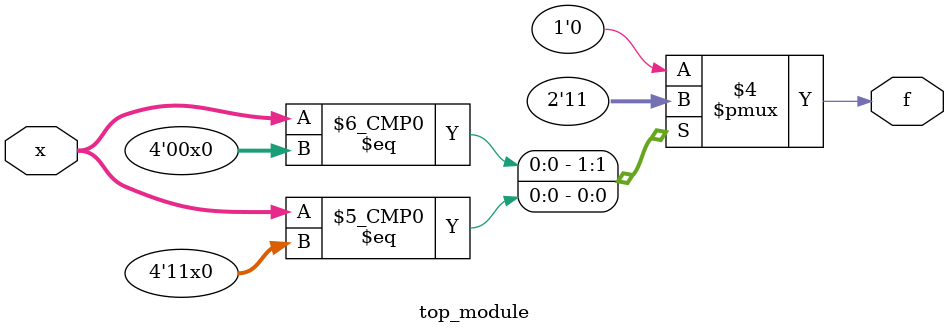
<source format=sv>
module top_module (
	input [4:1] x,
	output logic f
);

// Define the truth table for the function f
always_comb begin
	case (x)
		4'b00x0 : f = 1;    // x[3]=0, x[4]=don't care
		4'b01xx : f = 0;    // x[3]=1, x[4]=don't care
		4'b10x1 : f = 0;    // x[3]=don't care, x[4]=1
		4'b11x1 : f = 0;    // x[3]=don't care, x[4]=1
		4'b11x0 : f = 1;    // x[3]=don't care, x[4]=0
		4'b1xxx : f = 0;    // x[3]=don't care, x[4]=don't care
		default : f = 0;    // All other cases
	endcase
end

endmodule

</source>
